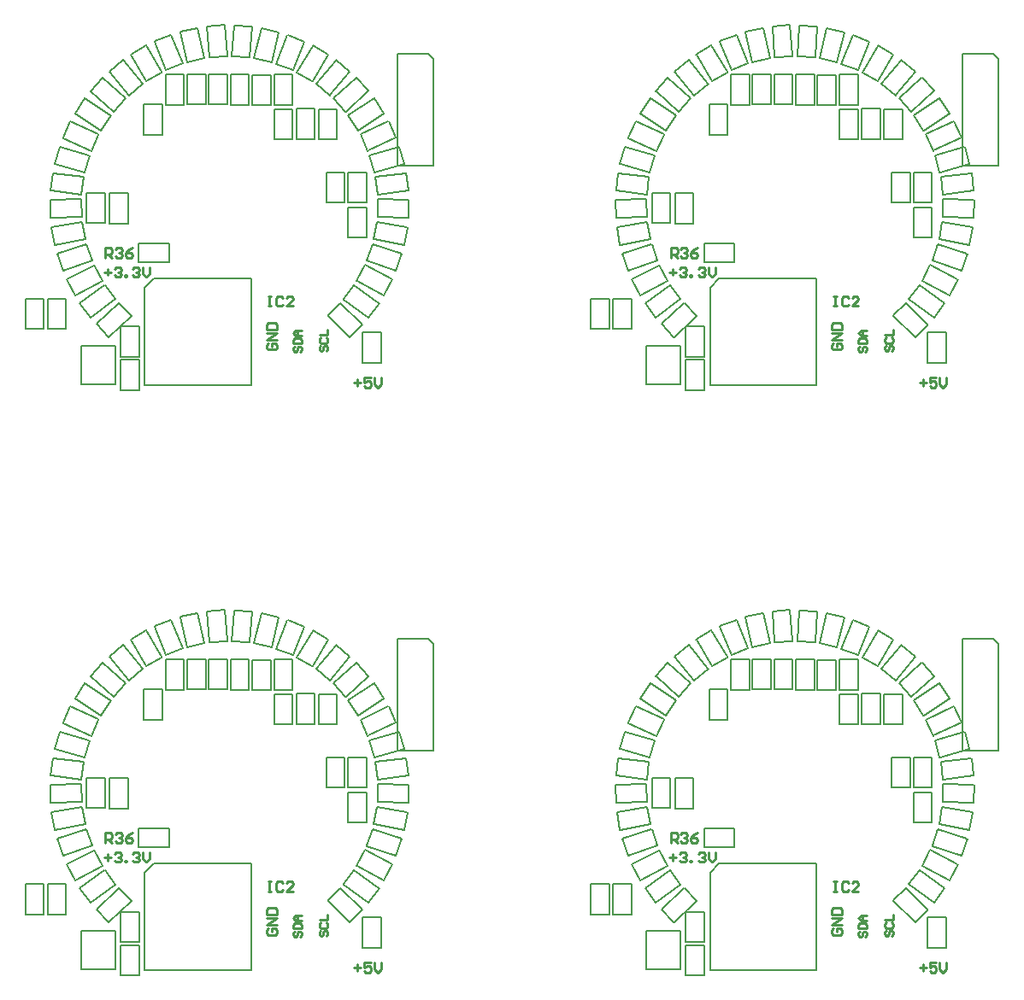
<source format=gto>
G04*
G04 #@! TF.GenerationSoftware,Altium Limited,Altium Designer,21.8.1 (53)*
G04*
G04 Layer_Color=65535*
%FSLAX44Y44*%
%MOMM*%
G71*
G04*
G04 #@! TF.SameCoordinates,A6134195-47DE-4A90-8313-BABE1660A9E3*
G04*
G04*
G04 #@! TF.FilePolarity,Positive*
G04*
G01*
G75*
%ADD18C,0.2540*%
%ADD43C,0.2000*%
D18*
X284456Y59282D02*
X283123Y57949D01*
Y55283D01*
X284456Y53950D01*
X285788D01*
X287121Y55283D01*
Y57949D01*
X288454Y59282D01*
X289787D01*
X291120Y57949D01*
Y55283D01*
X289787Y53950D01*
X283123Y61947D02*
X291120D01*
Y65946D01*
X289787Y67279D01*
X284456D01*
X283123Y65946D01*
Y61947D01*
X291120Y69945D02*
X285788D01*
X283123Y72611D01*
X285788Y75276D01*
X291120D01*
X287121D01*
Y69945D01*
X310364Y60044D02*
X309031Y58711D01*
Y56045D01*
X310364Y54712D01*
X311696D01*
X313029Y56045D01*
Y58711D01*
X314362Y60044D01*
X315695D01*
X317028Y58711D01*
Y56045D01*
X315695Y54712D01*
X310364Y68041D02*
X309031Y66708D01*
Y64042D01*
X310364Y62709D01*
X315695D01*
X317028Y64042D01*
Y66708D01*
X315695Y68041D01*
X309031Y70707D02*
X317028D01*
Y76038D01*
X95920Y132998D02*
X102585D01*
X99253Y136331D02*
Y129666D01*
X105917Y136331D02*
X107583Y137997D01*
X110915D01*
X112582Y136331D01*
Y134664D01*
X110915Y132998D01*
X109249D01*
X110915D01*
X112582Y131332D01*
Y129666D01*
X110915Y128000D01*
X107583D01*
X105917Y129666D01*
X115914Y128000D02*
Y129666D01*
X117580D01*
Y128000D01*
X115914D01*
X124244Y136331D02*
X125911Y137997D01*
X129243D01*
X130909Y136331D01*
Y134664D01*
X129243Y132998D01*
X127577D01*
X129243D01*
X130909Y131332D01*
Y129666D01*
X129243Y128000D01*
X125911D01*
X124244Y129666D01*
X134241Y137997D02*
Y131332D01*
X137573Y128000D01*
X140906Y131332D01*
Y137997D01*
X343444Y23388D02*
X350109D01*
X346776Y26721D02*
Y20056D01*
X360105Y28387D02*
X353441D01*
Y23388D01*
X356773Y25055D01*
X358439D01*
X360105Y23388D01*
Y20056D01*
X358439Y18390D01*
X355107D01*
X353441Y20056D01*
X363438Y28387D02*
Y21722D01*
X366770Y18390D01*
X370102Y21722D01*
Y28387D01*
X258405Y62646D02*
X256739Y60980D01*
Y57648D01*
X258405Y55982D01*
X265070D01*
X266736Y57648D01*
Y60980D01*
X265070Y62646D01*
X261738D01*
Y59314D01*
X266736Y65979D02*
X256739D01*
X266736Y72643D01*
X256739D01*
Y75976D02*
X266736D01*
Y80974D01*
X265070Y82640D01*
X258405D01*
X256739Y80974D01*
Y75976D01*
X258100Y109159D02*
X261432D01*
X259766D01*
Y99162D01*
X258100D01*
X261432D01*
X273095Y107493D02*
X271429Y109159D01*
X268097D01*
X266431Y107493D01*
Y100828D01*
X268097Y99162D01*
X271429D01*
X273095Y100828D01*
X283092Y99162D02*
X276427D01*
X283092Y105827D01*
Y107493D01*
X281426Y109159D01*
X278094D01*
X276427Y107493D01*
X97000Y147000D02*
Y156997D01*
X101998D01*
X103665Y155331D01*
Y151998D01*
X101998Y150332D01*
X97000D01*
X100332D02*
X103665Y147000D01*
X106997Y155331D02*
X108663Y156997D01*
X111995D01*
X113661Y155331D01*
Y153665D01*
X111995Y151998D01*
X110329D01*
X111995D01*
X113661Y150332D01*
Y148666D01*
X111995Y147000D01*
X108663D01*
X106997Y148666D01*
X123658Y156997D02*
X120326Y155331D01*
X116994Y151998D01*
Y148666D01*
X118660Y147000D01*
X121992D01*
X123658Y148666D01*
Y150332D01*
X121992Y151998D01*
X116994D01*
X844456Y59282D02*
X843123Y57949D01*
Y55283D01*
X844456Y53950D01*
X845789D01*
X847121Y55283D01*
Y57949D01*
X848454Y59282D01*
X849787D01*
X851120Y57949D01*
Y55283D01*
X849787Y53950D01*
X843123Y61947D02*
X851120D01*
Y65946D01*
X849787Y67279D01*
X844456D01*
X843123Y65946D01*
Y61947D01*
X851120Y69945D02*
X845789D01*
X843123Y72611D01*
X845789Y75276D01*
X851120D01*
X847121D01*
Y69945D01*
X870364Y60044D02*
X869031Y58711D01*
Y56045D01*
X870364Y54712D01*
X871697D01*
X873029Y56045D01*
Y58711D01*
X874362Y60044D01*
X875695D01*
X877028Y58711D01*
Y56045D01*
X875695Y54712D01*
X870364Y68041D02*
X869031Y66708D01*
Y64042D01*
X870364Y62709D01*
X875695D01*
X877028Y64042D01*
Y66708D01*
X875695Y68041D01*
X869031Y70707D02*
X877028D01*
Y76038D01*
X655920Y132998D02*
X662585D01*
X659253Y136331D02*
Y129666D01*
X665917Y136331D02*
X667583Y137997D01*
X670916D01*
X672582Y136331D01*
Y134664D01*
X670916Y132998D01*
X669249D01*
X670916D01*
X672582Y131332D01*
Y129666D01*
X670916Y128000D01*
X667583D01*
X665917Y129666D01*
X675914Y128000D02*
Y129666D01*
X677580D01*
Y128000D01*
X675914D01*
X684245Y136331D02*
X685911Y137997D01*
X689243D01*
X690909Y136331D01*
Y134664D01*
X689243Y132998D01*
X687577D01*
X689243D01*
X690909Y131332D01*
Y129666D01*
X689243Y128000D01*
X685911D01*
X684245Y129666D01*
X694241Y137997D02*
Y131332D01*
X697574Y128000D01*
X700906Y131332D01*
Y137997D01*
X903444Y23388D02*
X910109D01*
X906776Y26721D02*
Y20056D01*
X920105Y28387D02*
X913441D01*
Y23388D01*
X916773Y25055D01*
X918439D01*
X920105Y23388D01*
Y20056D01*
X918439Y18390D01*
X915107D01*
X913441Y20056D01*
X923438Y28387D02*
Y21722D01*
X926770Y18390D01*
X930102Y21722D01*
Y28387D01*
X818406Y62646D02*
X816739Y60980D01*
Y57648D01*
X818406Y55982D01*
X825070D01*
X826736Y57648D01*
Y60980D01*
X825070Y62646D01*
X821738D01*
Y59314D01*
X826736Y65979D02*
X816739D01*
X826736Y72643D01*
X816739D01*
Y75976D02*
X826736D01*
Y80974D01*
X825070Y82640D01*
X818406D01*
X816739Y80974D01*
Y75976D01*
X818100Y109159D02*
X821432D01*
X819766D01*
Y99162D01*
X818100D01*
X821432D01*
X833095Y107493D02*
X831429Y109159D01*
X828097D01*
X826431Y107493D01*
Y100828D01*
X828097Y99162D01*
X831429D01*
X833095Y100828D01*
X843092Y99162D02*
X836428D01*
X843092Y105827D01*
Y107493D01*
X841426Y109159D01*
X838094D01*
X836428Y107493D01*
X657000Y147000D02*
Y156997D01*
X661999D01*
X663665Y155331D01*
Y151998D01*
X661999Y150332D01*
X657000D01*
X660332D02*
X663665Y147000D01*
X666997Y155331D02*
X668663Y156997D01*
X671995D01*
X673661Y155331D01*
Y153665D01*
X671995Y151998D01*
X670329D01*
X671995D01*
X673661Y150332D01*
Y148666D01*
X671995Y147000D01*
X668663D01*
X666997Y148666D01*
X683658Y156997D02*
X680326Y155331D01*
X676994Y151998D01*
Y148666D01*
X678660Y147000D01*
X681992D01*
X683658Y148666D01*
Y150332D01*
X681992Y151998D01*
X676994D01*
X284456Y639282D02*
X283123Y637949D01*
Y635283D01*
X284456Y633950D01*
X285788D01*
X287121Y635283D01*
Y637949D01*
X288454Y639282D01*
X289787D01*
X291120Y637949D01*
Y635283D01*
X289787Y633950D01*
X283123Y641947D02*
X291120D01*
Y645946D01*
X289787Y647279D01*
X284456D01*
X283123Y645946D01*
Y641947D01*
X291120Y649945D02*
X285788D01*
X283123Y652611D01*
X285788Y655276D01*
X291120D01*
X287121D01*
Y649945D01*
X310364Y640044D02*
X309031Y638711D01*
Y636045D01*
X310364Y634712D01*
X311696D01*
X313029Y636045D01*
Y638711D01*
X314362Y640044D01*
X315695D01*
X317028Y638711D01*
Y636045D01*
X315695Y634712D01*
X310364Y648041D02*
X309031Y646708D01*
Y644042D01*
X310364Y642710D01*
X315695D01*
X317028Y644042D01*
Y646708D01*
X315695Y648041D01*
X309031Y650707D02*
X317028D01*
Y656039D01*
X95920Y712998D02*
X102585D01*
X99253Y716331D02*
Y709666D01*
X105917Y716331D02*
X107583Y717997D01*
X110915D01*
X112582Y716331D01*
Y714665D01*
X110915Y712998D01*
X109249D01*
X110915D01*
X112582Y711332D01*
Y709666D01*
X110915Y708000D01*
X107583D01*
X105917Y709666D01*
X115914Y708000D02*
Y709666D01*
X117580D01*
Y708000D01*
X115914D01*
X124244Y716331D02*
X125911Y717997D01*
X129243D01*
X130909Y716331D01*
Y714665D01*
X129243Y712998D01*
X127577D01*
X129243D01*
X130909Y711332D01*
Y709666D01*
X129243Y708000D01*
X125911D01*
X124244Y709666D01*
X134241Y717997D02*
Y711332D01*
X137573Y708000D01*
X140906Y711332D01*
Y717997D01*
X343444Y603388D02*
X350109D01*
X346776Y606721D02*
Y600056D01*
X360105Y608387D02*
X353441D01*
Y603388D01*
X356773Y605055D01*
X358439D01*
X360105Y603388D01*
Y600056D01*
X358439Y598390D01*
X355107D01*
X353441Y600056D01*
X363438Y608387D02*
Y601722D01*
X366770Y598390D01*
X370102Y601722D01*
Y608387D01*
X258405Y642646D02*
X256739Y640980D01*
Y637648D01*
X258405Y635982D01*
X265070D01*
X266736Y637648D01*
Y640980D01*
X265070Y642646D01*
X261738D01*
Y639314D01*
X266736Y645979D02*
X256739D01*
X266736Y652643D01*
X256739D01*
Y655976D02*
X266736D01*
Y660974D01*
X265070Y662640D01*
X258405D01*
X256739Y660974D01*
Y655976D01*
X258100Y689159D02*
X261432D01*
X259766D01*
Y679162D01*
X258100D01*
X261432D01*
X273095Y687493D02*
X271429Y689159D01*
X268097D01*
X266431Y687493D01*
Y680828D01*
X268097Y679162D01*
X271429D01*
X273095Y680828D01*
X283092Y679162D02*
X276427D01*
X283092Y685826D01*
Y687493D01*
X281426Y689159D01*
X278094D01*
X276427Y687493D01*
X97000Y727000D02*
Y736997D01*
X101998D01*
X103665Y735331D01*
Y731998D01*
X101998Y730332D01*
X97000D01*
X100332D02*
X103665Y727000D01*
X106997Y735331D02*
X108663Y736997D01*
X111995D01*
X113661Y735331D01*
Y733664D01*
X111995Y731998D01*
X110329D01*
X111995D01*
X113661Y730332D01*
Y728666D01*
X111995Y727000D01*
X108663D01*
X106997Y728666D01*
X123658Y736997D02*
X120326Y735331D01*
X116994Y731998D01*
Y728666D01*
X118660Y727000D01*
X121992D01*
X123658Y728666D01*
Y730332D01*
X121992Y731998D01*
X116994D01*
X844456Y639282D02*
X843123Y637949D01*
Y635283D01*
X844456Y633950D01*
X845789D01*
X847121Y635283D01*
Y637949D01*
X848454Y639282D01*
X849787D01*
X851120Y637949D01*
Y635283D01*
X849787Y633950D01*
X843123Y641947D02*
X851120D01*
Y645946D01*
X849787Y647279D01*
X844456D01*
X843123Y645946D01*
Y641947D01*
X851120Y649945D02*
X845789D01*
X843123Y652611D01*
X845789Y655276D01*
X851120D01*
X847121D01*
Y649945D01*
X870364Y640044D02*
X869031Y638711D01*
Y636045D01*
X870364Y634712D01*
X871697D01*
X873029Y636045D01*
Y638711D01*
X874362Y640044D01*
X875695D01*
X877028Y638711D01*
Y636045D01*
X875695Y634712D01*
X870364Y648041D02*
X869031Y646708D01*
Y644042D01*
X870364Y642710D01*
X875695D01*
X877028Y644042D01*
Y646708D01*
X875695Y648041D01*
X869031Y650707D02*
X877028D01*
Y656039D01*
X655920Y712998D02*
X662585D01*
X659253Y716331D02*
Y709666D01*
X665917Y716331D02*
X667583Y717997D01*
X670916D01*
X672582Y716331D01*
Y714665D01*
X670916Y712998D01*
X669249D01*
X670916D01*
X672582Y711332D01*
Y709666D01*
X670916Y708000D01*
X667583D01*
X665917Y709666D01*
X675914Y708000D02*
Y709666D01*
X677580D01*
Y708000D01*
X675914D01*
X684245Y716331D02*
X685911Y717997D01*
X689243D01*
X690909Y716331D01*
Y714665D01*
X689243Y712998D01*
X687577D01*
X689243D01*
X690909Y711332D01*
Y709666D01*
X689243Y708000D01*
X685911D01*
X684245Y709666D01*
X694241Y717997D02*
Y711332D01*
X697574Y708000D01*
X700906Y711332D01*
Y717997D01*
X903444Y603388D02*
X910109D01*
X906776Y606721D02*
Y600056D01*
X920105Y608387D02*
X913441D01*
Y603388D01*
X916773Y605055D01*
X918439D01*
X920105Y603388D01*
Y600056D01*
X918439Y598390D01*
X915107D01*
X913441Y600056D01*
X923438Y608387D02*
Y601722D01*
X926770Y598390D01*
X930102Y601722D01*
Y608387D01*
X818406Y642646D02*
X816739Y640980D01*
Y637648D01*
X818406Y635982D01*
X825070D01*
X826736Y637648D01*
Y640980D01*
X825070Y642646D01*
X821738D01*
Y639314D01*
X826736Y645979D02*
X816739D01*
X826736Y652643D01*
X816739D01*
Y655976D02*
X826736D01*
Y660974D01*
X825070Y662640D01*
X818406D01*
X816739Y660974D01*
Y655976D01*
X818100Y689159D02*
X821432D01*
X819766D01*
Y679162D01*
X818100D01*
X821432D01*
X833095Y687493D02*
X831429Y689159D01*
X828097D01*
X826431Y687493D01*
Y680828D01*
X828097Y679162D01*
X831429D01*
X833095Y680828D01*
X843092Y679162D02*
X836428D01*
X843092Y685826D01*
Y687493D01*
X841426Y689159D01*
X838094D01*
X836428Y687493D01*
X657000Y727000D02*
Y736997D01*
X661999D01*
X663665Y735331D01*
Y731998D01*
X661999Y730332D01*
X657000D01*
X660332D02*
X663665Y727000D01*
X666997Y735331D02*
X668663Y736997D01*
X671995D01*
X673661Y735331D01*
Y733664D01*
X671995Y731998D01*
X670329D01*
X671995D01*
X673661Y730332D01*
Y728666D01*
X671995Y727000D01*
X668663D01*
X666997Y728666D01*
X683658Y736997D02*
X680326Y735331D01*
X676994Y731998D01*
Y728666D01*
X678660Y727000D01*
X681992D01*
X683658Y728666D01*
Y730332D01*
X681992Y731998D01*
X676994D01*
D43*
X337334Y232002D02*
X355622D01*
X355622Y202030D02*
X355622Y232002D01*
X337334Y202030D02*
X355622D01*
X337334D02*
X337334Y232002D01*
X315758Y232004D02*
X334046Y232004D01*
X334046Y202032D02*
X334046Y232004D01*
X315758Y202032D02*
X334046Y202032D01*
X315758Y202032D02*
X315758Y232004D01*
X358642Y248923D02*
X387946Y257309D01*
X358642Y248923D02*
X363534Y231830D01*
X363778Y231900D02*
X393082Y240285D01*
X388190Y257379D02*
X393082Y240285D01*
X364452Y227364D02*
X394688Y231216D01*
X364452Y227364D02*
X366699Y209727D01*
X366951Y209759D02*
X397187Y213611D01*
X394940Y231248D02*
X397187Y213611D01*
X366930Y205174D02*
X397400Y204402D01*
X366480Y187399D02*
X366930Y205174D01*
X366734Y187393D02*
X397204Y186622D01*
X397654Y204396D01*
X337336Y196952D02*
X355624Y196952D01*
X355624Y166980D01*
X337336Y166980D02*
X355624Y166980D01*
X337336Y166980D02*
Y196952D01*
X366019Y182864D02*
X396021Y177487D01*
X362883Y165363D02*
X366019Y182864D01*
X363133Y165318D02*
X393135Y159941D01*
X396271Y177442D01*
X361740Y160949D02*
X390582Y151091D01*
X355990Y144125D02*
X361740Y160949D01*
X356230Y144043D02*
X385072Y134185D01*
X390822Y151009D01*
X354192Y139936D02*
X381208Y125824D01*
X345960Y124176D02*
X354192Y139936D01*
X346185Y124059D02*
X373201Y109947D01*
X381433Y125706D01*
X343549Y120307D02*
X368116Y102267D01*
X333025Y105976D02*
X343549Y120307D01*
X333230Y105826D02*
X357798Y87785D01*
X368321Y102117D01*
X351572Y73000D02*
X369860D01*
X369860Y43028D01*
X351572Y43028D02*
X369860Y43028D01*
X351572Y43028D02*
X351572Y73000D01*
X330056Y102517D02*
X351608Y80964D01*
X317483Y89945D02*
X330056Y102517D01*
X317663Y89765D02*
X339215Y68212D01*
X351788Y80785D01*
X222267Y347004D02*
X224578Y377396D01*
X222267Y347004D02*
X239995Y345655D01*
X240015Y345908D02*
X242327Y376300D01*
X224598Y377649D02*
X242327Y376300D01*
X221016Y328778D02*
X239304Y328778D01*
X239304Y298806D02*
X239304Y328778D01*
X221016Y298806D02*
X239304D01*
X221016D02*
Y328778D01*
X244502Y344965D02*
X251389Y374657D01*
X244502Y344965D02*
X261822Y340947D01*
X261879Y341195D02*
X268767Y370886D01*
X251447Y374904D02*
X268767Y370886D01*
X242352Y328538D02*
X260640D01*
Y298566D02*
Y328538D01*
X242352Y298566D02*
X260640D01*
X242352Y328538D02*
X242352Y298566D01*
X266172Y339583D02*
X277476Y367889D01*
X266172Y339583D02*
X282684Y332989D01*
X282778Y333224D02*
X294082Y361531D01*
X277570Y368125D02*
X294082Y361531D01*
X264196Y328732D02*
X282484Y328732D01*
Y298760D02*
Y328732D01*
X264196Y298760D02*
X282484Y298760D01*
X264196Y298760D02*
Y328732D01*
X286777Y330981D02*
X302237Y357249D01*
X286777Y330981D02*
X302100Y321962D01*
X302229Y322181D02*
X317689Y348449D01*
X302366Y357468D02*
X317689Y348449D01*
X264196Y294732D02*
X282484D01*
X282484Y264760D01*
X264196Y264760D02*
X282484Y264760D01*
X264196Y294732D02*
X264196Y264760D01*
X305842Y319358D02*
X325102Y342982D01*
X305842Y319358D02*
X319622Y308123D01*
X319783Y308320D02*
X339043Y331944D01*
X325262Y343179D02*
X339043Y331944D01*
X286040Y294782D02*
X304328Y294782D01*
Y264810D02*
Y294782D01*
X286040Y264810D02*
X304328Y264810D01*
X286040Y294782D02*
X286040Y264810D01*
X323075Y305117D02*
X345690Y325551D01*
X323075Y305117D02*
X334995Y291924D01*
X335183Y292095D02*
X357799Y312529D01*
X345879Y325722D02*
X357799Y312529D01*
X308138Y294732D02*
X326426D01*
Y264760D02*
Y294732D01*
X308138Y264760D02*
X326426D01*
X308138Y294732D02*
X308138Y264760D01*
X337637Y288186D02*
X363086Y304960D01*
X337637Y288186D02*
X347422Y273340D01*
X347634Y273480D02*
X373083Y290254D01*
X363298Y305099D02*
X373083Y290254D01*
X349635Y269354D02*
X377331Y282081D01*
X349635Y269354D02*
X357059Y253198D01*
X357290Y253304D02*
X384986Y266031D01*
X377561Y282187D02*
X384986Y266031D01*
X72934Y21946D02*
X106970D01*
X72934D02*
Y60046D01*
X106970Y21946D02*
Y60046D01*
X72934D02*
X106970D01*
X112050Y45822D02*
X130338D01*
Y15850D02*
Y45822D01*
X112050Y15850D02*
X130338D01*
X112050D02*
Y45822D01*
X39660Y76302D02*
Y106274D01*
Y76302D02*
X57948D01*
Y106274D01*
X39660D02*
X57948D01*
X17816D02*
X17816Y76302D01*
X36104Y76302D01*
X36104Y106274D02*
X36104Y76302D01*
X17816Y106274D02*
X36104D01*
X112050Y48870D02*
X112050Y78842D01*
X112050Y48870D02*
X130338Y48870D01*
X130338Y78842D02*
X130338Y48870D01*
X112050Y78842D02*
X130338D01*
X42345Y204365D02*
X42798Y186591D01*
X42345Y204365D02*
X72815Y205142D01*
X73069Y205148D02*
X73523Y187374D01*
X43052Y186597D02*
X73523Y187374D01*
X49187Y150980D02*
X54940Y134156D01*
X49187Y150980D02*
X78027Y160842D01*
X78267Y160925D02*
X84020Y144101D01*
X55180Y134238D02*
X84020Y144101D01*
X58580Y125678D02*
X66814Y109920D01*
X58580Y125678D02*
X85594Y139795D01*
X85819Y139912D02*
X94053Y124154D01*
X67039Y110037D02*
X94053Y124154D01*
X71696Y102091D02*
X82222Y87761D01*
X71696Y102091D02*
X96261Y120135D01*
X96466Y120286D02*
X106992Y105956D01*
X82427Y87912D02*
X106992Y105956D01*
X88066Y81406D02*
X100169Y68382D01*
X88066Y81406D02*
X110393Y102155D01*
X110579Y102328D02*
X122683Y89303D01*
X100355Y68555D02*
X122683Y89303D01*
X43733Y177412D02*
X46873Y159911D01*
X43733Y177412D02*
X73734Y182794D01*
X73984Y182838D02*
X77124Y165338D01*
X47123Y159956D02*
X77124Y165338D01*
X46911Y240255D02*
X51800Y257350D01*
X81105Y248969D01*
X76460Y231805D02*
X81349Y248899D01*
X47155Y240186D02*
X76460Y231805D01*
X42811Y213580D02*
X45055Y231217D01*
X75291Y227371D01*
X73299Y209701D02*
X75543Y227339D01*
X43063Y213548D02*
X73299Y209701D01*
X199426Y329032D02*
X199426Y299060D01*
X217714Y299060D01*
Y329032D01*
X199426D02*
X217714D01*
X197628Y376496D02*
X215356Y377848D01*
X217673Y347456D01*
X199964Y345851D02*
X217693Y347203D01*
X197647Y376243D02*
X199964Y345851D01*
X178090Y299060D02*
Y329032D01*
Y299060D02*
X196378D01*
X196378Y329032D02*
X196378Y299060D01*
X178090Y329032D02*
X196378D01*
X171158Y371073D02*
X188478Y375093D01*
X195370Y345403D01*
X178109Y341135D02*
X195428Y345155D01*
X171216Y370825D02*
X178109Y341135D01*
X156500Y328732D02*
X156500Y298760D01*
X174788Y298760D01*
X174788Y328732D01*
X156500D02*
X174788D01*
X145815Y361703D02*
X162326Y368301D01*
X173636Y339996D01*
X157219Y333163D02*
X173730Y339761D01*
X145910Y361468D02*
X157219Y333163D01*
X135164Y299060D02*
X135164Y269088D01*
X153452Y269088D01*
X153452Y299060D01*
X135164Y299060D02*
X153452Y299060D01*
X122184Y348605D02*
X137505Y357626D01*
X152970Y331361D01*
X137778Y322121D02*
X153099Y331142D01*
X122312Y348386D02*
X137778Y322121D01*
X101128Y211176D02*
X101128Y181204D01*
X119416Y181204D01*
X119416Y211176D01*
X101128Y211176D02*
X119416Y211176D01*
X100934Y331923D02*
X114713Y343161D01*
X133977Y319540D01*
X120359Y308106D02*
X134138Y319343D01*
X101095Y331726D02*
X120359Y308106D01*
X78399Y181384D02*
X78399Y211356D01*
X78399Y181384D02*
X96687Y181384D01*
X96687Y211356D02*
X96687Y181384D01*
X78399Y211356D02*
X96687Y211356D01*
X82330Y312371D02*
X94248Y325566D01*
X116867Y305135D01*
X105138Y291770D02*
X117056Y304965D01*
X82519Y312201D02*
X105138Y291770D01*
X66901Y290227D02*
X76683Y305074D01*
X102135Y288305D01*
X92565Y273318D02*
X102347Y288165D01*
X67113Y290088D02*
X92565Y273318D01*
X55003Y266003D02*
X62424Y282160D01*
X90122Y269438D01*
X82932Y253174D02*
X90353Y269332D01*
X55234Y265896D02*
X82932Y253174D01*
X416596Y349098D02*
X421676Y344018D01*
X386116Y349098D02*
X416596Y349098D01*
X386116Y238608D02*
Y349098D01*
Y238608D02*
X421676D01*
X421676Y344018D01*
X130098Y161138D02*
X160070D01*
X130098Y142850D02*
Y161138D01*
Y142850D02*
X160070Y142850D01*
X160070Y161138D02*
X160070Y142850D01*
X241590Y20676D02*
Y126340D01*
X135950Y86248D02*
Y117220D01*
Y28003D02*
X135950Y20676D01*
X241590Y20676D01*
X135950Y28003D02*
Y86248D01*
Y117220D02*
X145070Y126340D01*
X241590D01*
X897334Y232002D02*
X915622D01*
X915622Y202030D02*
X915622Y232002D01*
X897334Y202030D02*
X915622D01*
X897334D02*
X897334Y232002D01*
X875758Y232004D02*
X894046Y232004D01*
X894046Y202032D02*
X894046Y232004D01*
X875758Y202032D02*
X894046Y202032D01*
X875758Y202032D02*
X875758Y232004D01*
X918642Y248923D02*
X947946Y257309D01*
X918642Y248923D02*
X923534Y231830D01*
X923779Y231900D02*
X953082Y240285D01*
X948190Y257379D02*
X953082Y240285D01*
X924452Y227364D02*
X954688Y231216D01*
X924452Y227364D02*
X926699Y209727D01*
X926951Y209759D02*
X957187Y213611D01*
X954940Y231248D02*
X957187Y213611D01*
X926930Y205174D02*
X957400Y204402D01*
X926480Y187399D02*
X926930Y205174D01*
X926734Y187393D02*
X957204Y186622D01*
X957654Y204396D01*
X897336Y196952D02*
X915624Y196952D01*
X915624Y166980D01*
X897336Y166980D02*
X915624Y166980D01*
X897336Y166980D02*
Y196952D01*
X926019Y182864D02*
X956021Y177487D01*
X922883Y165363D02*
X926019Y182864D01*
X923133Y165318D02*
X953135Y159941D01*
X956271Y177442D01*
X921740Y160949D02*
X950582Y151091D01*
X915990Y144125D02*
X921740Y160949D01*
X916230Y144043D02*
X945072Y134185D01*
X950822Y151009D01*
X914192Y139936D02*
X941208Y125824D01*
X905960Y124176D02*
X914192Y139936D01*
X906185Y124059D02*
X933202Y109947D01*
X941433Y125706D01*
X903549Y120307D02*
X928117Y102267D01*
X893025Y105976D02*
X903549Y120307D01*
X893230Y105826D02*
X917798Y87785D01*
X928321Y102117D01*
X911572Y73000D02*
X929860D01*
X929860Y43028D01*
X911572Y43028D02*
X929860Y43028D01*
X911572Y43028D02*
X911572Y73000D01*
X890056Y102517D02*
X911608Y80964D01*
X877483Y89945D02*
X890056Y102517D01*
X877663Y89765D02*
X899215Y68212D01*
X911788Y80785D01*
X782267Y347004D02*
X784579Y377396D01*
X782267Y347004D02*
X799995Y345655D01*
X800015Y345908D02*
X802327Y376300D01*
X784598Y377649D02*
X802327Y376300D01*
X781016Y328778D02*
X799304Y328778D01*
X799304Y298806D02*
X799304Y328778D01*
X781016Y298806D02*
X799304D01*
X781016D02*
Y328778D01*
X804502Y344965D02*
X811389Y374657D01*
X804502Y344965D02*
X821822Y340947D01*
X821879Y341195D02*
X828767Y370886D01*
X811447Y374904D02*
X828767Y370886D01*
X802352Y328538D02*
X820640D01*
Y298566D02*
Y328538D01*
X802352Y298566D02*
X820640D01*
X802352Y328538D02*
X802352Y298566D01*
X826172Y339583D02*
X837476Y367889D01*
X826172Y339583D02*
X842684Y332989D01*
X842778Y333224D02*
X854082Y361531D01*
X837570Y368125D02*
X854082Y361531D01*
X824196Y328732D02*
X842484Y328732D01*
Y298760D02*
Y328732D01*
X824196Y298760D02*
X842484Y298760D01*
X824196Y298760D02*
Y328732D01*
X846777Y330981D02*
X862237Y357249D01*
X846777Y330981D02*
X862100Y321962D01*
X862229Y322181D02*
X877689Y348449D01*
X862366Y357468D02*
X877689Y348449D01*
X824196Y294732D02*
X842484D01*
X842484Y264760D01*
X824196Y264760D02*
X842484Y264760D01*
X824196Y294732D02*
X824196Y264760D01*
X865842Y319358D02*
X885102Y342982D01*
X865842Y319358D02*
X879622Y308123D01*
X879783Y308320D02*
X899043Y331944D01*
X885262Y343179D02*
X899043Y331944D01*
X846040Y294782D02*
X864328Y294782D01*
Y264810D02*
Y294782D01*
X846040Y264810D02*
X864328Y264810D01*
X846040Y294782D02*
X846040Y264810D01*
X883075Y305117D02*
X905690Y325551D01*
X883075Y305117D02*
X894995Y291924D01*
X895183Y292095D02*
X917799Y312529D01*
X905879Y325722D02*
X917799Y312529D01*
X868138Y294732D02*
X886426D01*
Y264760D02*
Y294732D01*
X868138Y264760D02*
X886426D01*
X868138Y294732D02*
X868138Y264760D01*
X897637Y288186D02*
X923086Y304960D01*
X897637Y288186D02*
X907422Y273340D01*
X907634Y273480D02*
X933083Y290254D01*
X923298Y305099D02*
X933083Y290254D01*
X909635Y269354D02*
X937331Y282081D01*
X909635Y269354D02*
X917059Y253198D01*
X917290Y253304D02*
X944986Y266031D01*
X937561Y282187D02*
X944986Y266031D01*
X632934Y21946D02*
X666970D01*
X632934D02*
Y60046D01*
X666970Y21946D02*
Y60046D01*
X632934D02*
X666970D01*
X672050Y45822D02*
X690338D01*
Y15850D02*
Y45822D01*
X672050Y15850D02*
X690338D01*
X672050D02*
Y45822D01*
X599660Y76302D02*
Y106274D01*
Y76302D02*
X617948D01*
Y106274D01*
X599660D02*
X617948D01*
X577816D02*
X577816Y76302D01*
X596104Y76302D01*
X596104Y106274D02*
X596104Y76302D01*
X577816Y106274D02*
X596104D01*
X672050Y48870D02*
X672050Y78842D01*
X672050Y48870D02*
X690338Y48870D01*
X690338Y78842D02*
X690338Y48870D01*
X672050Y78842D02*
X690338D01*
X602345Y204365D02*
X602798Y186591D01*
X602345Y204365D02*
X632816Y205142D01*
X633069Y205148D02*
X633523Y187374D01*
X603052Y186597D02*
X633523Y187374D01*
X609187Y150980D02*
X614940Y134156D01*
X609187Y150980D02*
X638027Y160842D01*
X638267Y160925D02*
X644020Y144101D01*
X615180Y134238D02*
X644020Y144101D01*
X618580Y125678D02*
X626814Y109920D01*
X618580Y125678D02*
X645594Y139795D01*
X645819Y139912D02*
X654053Y124154D01*
X627040Y110037D02*
X654053Y124154D01*
X631696Y102091D02*
X642222Y87761D01*
X631696Y102091D02*
X656261Y120135D01*
X656466Y120286D02*
X666992Y105956D01*
X642427Y87912D02*
X666992Y105956D01*
X648066Y81406D02*
X660169Y68382D01*
X648066Y81406D02*
X670394Y102155D01*
X670580Y102328D02*
X682683Y89303D01*
X660355Y68555D02*
X682683Y89303D01*
X603733Y177412D02*
X606873Y159911D01*
X603733Y177412D02*
X633734Y182794D01*
X633984Y182838D02*
X637124Y165338D01*
X607123Y159956D02*
X637124Y165338D01*
X606911Y240255D02*
X611800Y257350D01*
X641105Y248969D01*
X636460Y231805D02*
X641349Y248899D01*
X607155Y240186D02*
X636460Y231805D01*
X602811Y213580D02*
X605055Y231217D01*
X635291Y227371D01*
X633300Y209701D02*
X635543Y227339D01*
X603063Y213548D02*
X633300Y209701D01*
X759426Y329032D02*
X759426Y299060D01*
X777714Y299060D01*
Y329032D01*
X759426D02*
X777714D01*
X757628Y376496D02*
X775356Y377848D01*
X777673Y347456D01*
X759964Y345851D02*
X777693Y347203D01*
X757647Y376243D02*
X759964Y345851D01*
X738090Y299060D02*
Y329032D01*
Y299060D02*
X756378D01*
X756378Y329032D02*
X756378Y299060D01*
X738090Y329032D02*
X756378D01*
X731158Y371073D02*
X748478Y375093D01*
X755370Y345403D01*
X738109Y341135D02*
X755428Y345155D01*
X731216Y370825D02*
X738109Y341135D01*
X716500Y328732D02*
X716500Y298760D01*
X734788Y298760D01*
X734788Y328732D01*
X716500D02*
X734788D01*
X705816Y361703D02*
X722326Y368301D01*
X733636Y339996D01*
X717219Y333163D02*
X733730Y339761D01*
X705910Y361468D02*
X717219Y333163D01*
X695164Y299060D02*
X695164Y269088D01*
X713452Y269088D01*
X713452Y299060D01*
X695164Y299060D02*
X713452Y299060D01*
X682184Y348605D02*
X697505Y357626D01*
X712970Y331361D01*
X697778Y322121D02*
X713099Y331142D01*
X682313Y348386D02*
X697778Y322121D01*
X661128Y211176D02*
X661128Y181204D01*
X679416Y181204D01*
X679416Y211176D01*
X661128Y211176D02*
X679416Y211176D01*
X660935Y331923D02*
X674713Y343161D01*
X693977Y319540D01*
X680359Y308106D02*
X694138Y319343D01*
X661095Y331726D02*
X680359Y308106D01*
X638399Y181384D02*
X638399Y211356D01*
X638399Y181384D02*
X656687Y181384D01*
X656687Y211356D02*
X656687Y181384D01*
X638399Y211356D02*
X656687Y211356D01*
X642330Y312371D02*
X654248Y325566D01*
X676867Y305135D01*
X665138Y291770D02*
X677056Y304965D01*
X642519Y312201D02*
X665138Y291770D01*
X626901Y290227D02*
X636684Y305074D01*
X662135Y288305D01*
X652565Y273318D02*
X662348Y288165D01*
X627113Y290088D02*
X652565Y273318D01*
X615003Y266003D02*
X622425Y282160D01*
X650123Y269438D01*
X642932Y253174D02*
X650353Y269332D01*
X615234Y265896D02*
X642932Y253174D01*
X976596Y349098D02*
X981676Y344018D01*
X946116Y349098D02*
X976596Y349098D01*
X946116Y238608D02*
Y349098D01*
Y238608D02*
X981676D01*
X981676Y344018D01*
X690098Y161138D02*
X720070D01*
X690098Y142850D02*
Y161138D01*
Y142850D02*
X720070Y142850D01*
X720070Y161138D02*
X720070Y142850D01*
X801590Y20676D02*
Y126340D01*
X695950Y86248D02*
Y117220D01*
Y28003D02*
X695950Y20676D01*
X801590Y20676D01*
X695950Y28003D02*
Y86248D01*
Y117220D02*
X705070Y126340D01*
X801590D01*
X337334Y812002D02*
X355622D01*
X355622Y782030D02*
X355622Y812002D01*
X337334Y782030D02*
X355622D01*
X337334D02*
X337334Y812002D01*
X315758Y812004D02*
X334046Y812004D01*
X334046Y782032D02*
X334046Y812004D01*
X315758Y782032D02*
X334046Y782032D01*
X315758Y782032D02*
X315758Y812004D01*
X358642Y828923D02*
X387946Y837309D01*
X358642Y828923D02*
X363534Y811830D01*
X363778Y811899D02*
X393082Y820286D01*
X388190Y837379D02*
X393082Y820286D01*
X364452Y807364D02*
X394688Y811216D01*
X364452Y807364D02*
X366699Y789727D01*
X366951Y789759D02*
X397187Y793611D01*
X394940Y811248D02*
X397187Y793611D01*
X366930Y785174D02*
X397400Y784402D01*
X366480Y767399D02*
X366930Y785174D01*
X366734Y767393D02*
X397204Y766622D01*
X397654Y784396D01*
X337336Y776952D02*
X355624Y776952D01*
X355624Y746980D01*
X337336Y746980D02*
X355624Y746980D01*
X337336Y746980D02*
Y776952D01*
X366019Y762864D02*
X396021Y757487D01*
X362883Y745363D02*
X366019Y762864D01*
X363133Y745318D02*
X393135Y739941D01*
X396271Y757443D01*
X361740Y740949D02*
X390582Y731092D01*
X355990Y724125D02*
X361740Y740949D01*
X356230Y724043D02*
X385072Y714185D01*
X390822Y731009D01*
X354192Y719936D02*
X381208Y705824D01*
X345960Y704176D02*
X354192Y719936D01*
X346185Y704059D02*
X373201Y689947D01*
X381433Y705706D01*
X343549Y700307D02*
X368116Y682267D01*
X333025Y685976D02*
X343549Y700307D01*
X333230Y685826D02*
X357798Y667785D01*
X368321Y682117D01*
X351572Y653000D02*
X369860D01*
X369860Y623028D01*
X351572Y623028D02*
X369860Y623028D01*
X351572Y623028D02*
X351572Y653000D01*
X330056Y682517D02*
X351608Y660964D01*
X317483Y669945D02*
X330056Y682517D01*
X317663Y669765D02*
X339215Y648212D01*
X351788Y660785D01*
X222267Y927003D02*
X224578Y957396D01*
X222267Y927003D02*
X239995Y925655D01*
X240015Y925908D02*
X242327Y956300D01*
X224598Y957649D02*
X242327Y956300D01*
X221016Y908778D02*
X239304Y908778D01*
X239304Y878806D02*
X239304Y908778D01*
X221016Y878806D02*
X239304D01*
X221016D02*
Y908778D01*
X244502Y924965D02*
X251389Y954657D01*
X244502Y924965D02*
X261822Y920947D01*
X261879Y921195D02*
X268767Y950886D01*
X251447Y954904D02*
X268767Y950886D01*
X242352Y908538D02*
X260640D01*
Y878566D02*
Y908538D01*
X242352Y878566D02*
X260640D01*
X242352Y908538D02*
X242352Y878566D01*
X266172Y919583D02*
X277476Y947889D01*
X266172Y919583D02*
X282684Y912989D01*
X282778Y913224D02*
X294082Y941531D01*
X277570Y948125D02*
X294082Y941531D01*
X264196Y908732D02*
X282484Y908732D01*
Y878760D02*
Y908732D01*
X264196Y878760D02*
X282484Y878760D01*
X264196Y878760D02*
Y908732D01*
X286777Y910981D02*
X302237Y937249D01*
X286777Y910981D02*
X302100Y901962D01*
X302229Y902181D02*
X317689Y928449D01*
X302366Y937468D02*
X317689Y928449D01*
X264196Y874732D02*
X282484D01*
X282484Y844760D01*
X264196Y844760D02*
X282484Y844760D01*
X264196Y874732D02*
X264196Y844760D01*
X305842Y899358D02*
X325102Y922982D01*
X305842Y899358D02*
X319622Y888123D01*
X319783Y888320D02*
X339043Y911944D01*
X325262Y923179D02*
X339043Y911944D01*
X286040Y874782D02*
X304328Y874782D01*
Y844810D02*
Y874782D01*
X286040Y844810D02*
X304328Y844810D01*
X286040Y874782D02*
X286040Y844810D01*
X323075Y885117D02*
X345690Y905551D01*
X323075Y885117D02*
X334995Y871924D01*
X335183Y872095D02*
X357799Y892529D01*
X345879Y905722D02*
X357799Y892529D01*
X308138Y874732D02*
X326426D01*
Y844760D02*
Y874732D01*
X308138Y844760D02*
X326426D01*
X308138Y874732D02*
X308138Y844760D01*
X337637Y868186D02*
X363086Y884960D01*
X337637Y868186D02*
X347422Y853340D01*
X347634Y853480D02*
X373083Y870254D01*
X363298Y885099D02*
X373083Y870254D01*
X349635Y849354D02*
X377331Y862081D01*
X349635Y849354D02*
X357059Y833198D01*
X357290Y833304D02*
X384986Y846031D01*
X377561Y862187D02*
X384986Y846031D01*
X72934Y601946D02*
X106970D01*
X72934D02*
Y640046D01*
X106970Y601946D02*
Y640046D01*
X72934D02*
X106970D01*
X112050Y625822D02*
X130338D01*
Y595850D02*
Y625822D01*
X112050Y595850D02*
X130338D01*
X112050D02*
Y625822D01*
X39660Y656302D02*
Y686274D01*
Y656302D02*
X57948D01*
Y686274D01*
X39660D02*
X57948D01*
X17816D02*
X17816Y656302D01*
X36104Y656302D01*
X36104Y686274D02*
X36104Y656302D01*
X17816Y686274D02*
X36104D01*
X112050Y628870D02*
X112050Y658842D01*
X112050Y628870D02*
X130338Y628870D01*
X130338Y658842D02*
X130338Y628870D01*
X112050Y658842D02*
X130338D01*
X42345Y784365D02*
X42798Y766591D01*
X42345Y784365D02*
X72815Y785142D01*
X73069Y785148D02*
X73523Y767374D01*
X43052Y766597D02*
X73523Y767374D01*
X49187Y730980D02*
X54940Y714156D01*
X49187Y730980D02*
X78027Y740843D01*
X78267Y740925D02*
X84020Y724101D01*
X55180Y714238D02*
X84020Y724101D01*
X58580Y705678D02*
X66814Y689920D01*
X58580Y705678D02*
X85594Y719795D01*
X85819Y719912D02*
X94053Y704154D01*
X67039Y690038D02*
X94053Y704154D01*
X71696Y682091D02*
X82222Y667761D01*
X71696Y682091D02*
X96261Y700135D01*
X96466Y700286D02*
X106992Y685956D01*
X82427Y667912D02*
X106992Y685956D01*
X88066Y661406D02*
X100169Y648382D01*
X88066Y661406D02*
X110393Y682155D01*
X110579Y682328D02*
X122683Y669303D01*
X100355Y648555D02*
X122683Y669303D01*
X43733Y757412D02*
X46873Y739911D01*
X43733Y757412D02*
X73734Y762794D01*
X73984Y762839D02*
X77124Y745338D01*
X47123Y739956D02*
X77124Y745338D01*
X46911Y820255D02*
X51800Y837350D01*
X81105Y828969D01*
X76460Y811805D02*
X81349Y828899D01*
X47155Y820185D02*
X76460Y811805D01*
X42811Y793580D02*
X45055Y811217D01*
X75291Y807371D01*
X73299Y789701D02*
X75543Y807339D01*
X43063Y793548D02*
X73299Y789701D01*
X199426Y909032D02*
X199426Y879060D01*
X217714Y879060D01*
Y909032D01*
X199426D02*
X217714D01*
X197628Y956496D02*
X215356Y957848D01*
X217673Y927456D01*
X199964Y925851D02*
X217693Y927203D01*
X197647Y956243D02*
X199964Y925851D01*
X178090Y879060D02*
Y909032D01*
Y879060D02*
X196378D01*
X196378Y909032D02*
X196378Y879060D01*
X178090Y909032D02*
X196378D01*
X171158Y951072D02*
X188478Y955093D01*
X195370Y925403D01*
X178109Y921135D02*
X195428Y925155D01*
X171216Y950825D02*
X178109Y921135D01*
X156500Y908732D02*
X156500Y878760D01*
X174788Y878760D01*
X174788Y908732D01*
X156500D02*
X174788D01*
X145815Y941703D02*
X162326Y948300D01*
X173636Y919996D01*
X157219Y913163D02*
X173730Y919761D01*
X145910Y941468D02*
X157219Y913163D01*
X135164Y879060D02*
X135164Y849088D01*
X153452Y849088D01*
X153452Y879060D01*
X135164Y879060D02*
X153452Y879060D01*
X122184Y928605D02*
X137505Y937626D01*
X152970Y911361D01*
X137778Y902121D02*
X153099Y911142D01*
X122312Y928386D02*
X137778Y902121D01*
X101128Y791176D02*
X101128Y761204D01*
X119416Y761204D01*
X119416Y791176D01*
X101128Y791176D02*
X119416Y791176D01*
X100934Y911923D02*
X114713Y923160D01*
X133977Y899540D01*
X120359Y888106D02*
X134138Y899343D01*
X101095Y911726D02*
X120359Y888106D01*
X78399Y761384D02*
X78399Y791356D01*
X78399Y761384D02*
X96687Y761384D01*
X96687Y791356D02*
X96687Y761384D01*
X78399Y791356D02*
X96687Y791356D01*
X82330Y892371D02*
X94248Y905566D01*
X116867Y885135D01*
X105138Y871770D02*
X117056Y884965D01*
X82519Y892201D02*
X105138Y871770D01*
X66901Y870227D02*
X76683Y885074D01*
X102135Y868305D01*
X92565Y853318D02*
X102347Y868165D01*
X67113Y870088D02*
X92565Y853318D01*
X55003Y846003D02*
X62424Y862160D01*
X90122Y849438D01*
X82932Y833174D02*
X90353Y849332D01*
X55234Y845897D02*
X82932Y833174D01*
X416596Y929098D02*
X421676Y924018D01*
X386116Y929098D02*
X416596Y929098D01*
X386116Y818608D02*
Y929098D01*
Y818608D02*
X421676D01*
X421676Y924018D01*
X130098Y741138D02*
X160070D01*
X130098Y722850D02*
Y741138D01*
Y722850D02*
X160070Y722850D01*
X160070Y741138D02*
X160070Y722850D01*
X241590Y600676D02*
Y706340D01*
X135950Y666248D02*
Y697220D01*
Y608003D02*
X135950Y600676D01*
X241590Y600676D01*
X135950Y608003D02*
Y666248D01*
Y697220D02*
X145070Y706340D01*
X241590D01*
X897334Y812002D02*
X915622D01*
X915622Y782030D02*
X915622Y812002D01*
X897334Y782030D02*
X915622D01*
X897334D02*
X897334Y812002D01*
X875758Y812004D02*
X894046Y812004D01*
X894046Y782032D02*
X894046Y812004D01*
X875758Y782032D02*
X894046Y782032D01*
X875758Y782032D02*
X875758Y812004D01*
X918642Y828923D02*
X947946Y837309D01*
X918642Y828923D02*
X923534Y811830D01*
X923779Y811899D02*
X953082Y820286D01*
X948190Y837379D02*
X953082Y820286D01*
X924452Y807364D02*
X954688Y811216D01*
X924452Y807364D02*
X926699Y789727D01*
X926951Y789759D02*
X957187Y793611D01*
X954940Y811248D02*
X957187Y793611D01*
X926930Y785174D02*
X957400Y784402D01*
X926480Y767399D02*
X926930Y785174D01*
X926734Y767393D02*
X957204Y766622D01*
X957654Y784396D01*
X897336Y776952D02*
X915624Y776952D01*
X915624Y746980D01*
X897336Y746980D02*
X915624Y746980D01*
X897336Y746980D02*
Y776952D01*
X926019Y762864D02*
X956021Y757487D01*
X922883Y745363D02*
X926019Y762864D01*
X923133Y745318D02*
X953135Y739941D01*
X956271Y757443D01*
X921740Y740949D02*
X950582Y731092D01*
X915990Y724125D02*
X921740Y740949D01*
X916230Y724043D02*
X945072Y714185D01*
X950822Y731009D01*
X914192Y719936D02*
X941208Y705824D01*
X905960Y704176D02*
X914192Y719936D01*
X906185Y704059D02*
X933202Y689947D01*
X941433Y705706D01*
X903549Y700307D02*
X928117Y682267D01*
X893025Y685976D02*
X903549Y700307D01*
X893230Y685826D02*
X917798Y667785D01*
X928321Y682117D01*
X911572Y653000D02*
X929860D01*
X929860Y623028D01*
X911572Y623028D02*
X929860Y623028D01*
X911572Y623028D02*
X911572Y653000D01*
X890056Y682517D02*
X911608Y660964D01*
X877483Y669945D02*
X890056Y682517D01*
X877663Y669765D02*
X899215Y648212D01*
X911788Y660785D01*
X782267Y927003D02*
X784579Y957396D01*
X782267Y927003D02*
X799995Y925655D01*
X800015Y925908D02*
X802327Y956300D01*
X784598Y957649D02*
X802327Y956300D01*
X781016Y908778D02*
X799304Y908778D01*
X799304Y878806D02*
X799304Y908778D01*
X781016Y878806D02*
X799304D01*
X781016D02*
Y908778D01*
X804502Y924965D02*
X811389Y954657D01*
X804502Y924965D02*
X821822Y920947D01*
X821879Y921195D02*
X828767Y950886D01*
X811447Y954904D02*
X828767Y950886D01*
X802352Y908538D02*
X820640D01*
Y878566D02*
Y908538D01*
X802352Y878566D02*
X820640D01*
X802352Y908538D02*
X802352Y878566D01*
X826172Y919583D02*
X837476Y947889D01*
X826172Y919583D02*
X842684Y912989D01*
X842778Y913224D02*
X854082Y941531D01*
X837570Y948125D02*
X854082Y941531D01*
X824196Y908732D02*
X842484Y908732D01*
Y878760D02*
Y908732D01*
X824196Y878760D02*
X842484Y878760D01*
X824196Y878760D02*
Y908732D01*
X846777Y910981D02*
X862237Y937249D01*
X846777Y910981D02*
X862100Y901962D01*
X862229Y902181D02*
X877689Y928449D01*
X862366Y937468D02*
X877689Y928449D01*
X824196Y874732D02*
X842484D01*
X842484Y844760D01*
X824196Y844760D02*
X842484Y844760D01*
X824196Y874732D02*
X824196Y844760D01*
X865842Y899358D02*
X885102Y922982D01*
X865842Y899358D02*
X879622Y888123D01*
X879783Y888320D02*
X899043Y911944D01*
X885262Y923179D02*
X899043Y911944D01*
X846040Y874782D02*
X864328Y874782D01*
Y844810D02*
Y874782D01*
X846040Y844810D02*
X864328Y844810D01*
X846040Y874782D02*
X846040Y844810D01*
X883075Y885117D02*
X905690Y905551D01*
X883075Y885117D02*
X894995Y871924D01*
X895183Y872095D02*
X917799Y892529D01*
X905879Y905722D02*
X917799Y892529D01*
X868138Y874732D02*
X886426D01*
Y844760D02*
Y874732D01*
X868138Y844760D02*
X886426D01*
X868138Y874732D02*
X868138Y844760D01*
X897637Y868186D02*
X923086Y884960D01*
X897637Y868186D02*
X907422Y853340D01*
X907634Y853480D02*
X933083Y870254D01*
X923298Y885099D02*
X933083Y870254D01*
X909635Y849354D02*
X937331Y862081D01*
X909635Y849354D02*
X917059Y833198D01*
X917290Y833304D02*
X944986Y846031D01*
X937561Y862187D02*
X944986Y846031D01*
X632934Y601946D02*
X666970D01*
X632934D02*
Y640046D01*
X666970Y601946D02*
Y640046D01*
X632934D02*
X666970D01*
X672050Y625822D02*
X690338D01*
Y595850D02*
Y625822D01*
X672050Y595850D02*
X690338D01*
X672050D02*
Y625822D01*
X599660Y656302D02*
Y686274D01*
Y656302D02*
X617948D01*
Y686274D01*
X599660D02*
X617948D01*
X577816D02*
X577816Y656302D01*
X596104Y656302D01*
X596104Y686274D02*
X596104Y656302D01*
X577816Y686274D02*
X596104D01*
X672050Y628870D02*
X672050Y658842D01*
X672050Y628870D02*
X690338Y628870D01*
X690338Y658842D02*
X690338Y628870D01*
X672050Y658842D02*
X690338D01*
X602345Y784365D02*
X602798Y766591D01*
X602345Y784365D02*
X632816Y785142D01*
X633069Y785148D02*
X633523Y767374D01*
X603052Y766597D02*
X633523Y767374D01*
X609187Y730980D02*
X614940Y714156D01*
X609187Y730980D02*
X638027Y740843D01*
X638267Y740925D02*
X644020Y724101D01*
X615180Y714238D02*
X644020Y724101D01*
X618580Y705678D02*
X626814Y689920D01*
X618580Y705678D02*
X645594Y719795D01*
X645819Y719912D02*
X654053Y704154D01*
X627040Y690038D02*
X654053Y704154D01*
X631696Y682091D02*
X642222Y667761D01*
X631696Y682091D02*
X656261Y700135D01*
X656466Y700286D02*
X666992Y685956D01*
X642427Y667912D02*
X666992Y685956D01*
X648066Y661406D02*
X660169Y648382D01*
X648066Y661406D02*
X670394Y682155D01*
X670580Y682328D02*
X682683Y669303D01*
X660355Y648555D02*
X682683Y669303D01*
X603733Y757412D02*
X606873Y739911D01*
X603733Y757412D02*
X633734Y762794D01*
X633984Y762839D02*
X637124Y745338D01*
X607123Y739956D02*
X637124Y745338D01*
X606911Y820255D02*
X611800Y837350D01*
X641105Y828969D01*
X636460Y811805D02*
X641349Y828899D01*
X607155Y820185D02*
X636460Y811805D01*
X602811Y793580D02*
X605055Y811217D01*
X635291Y807371D01*
X633300Y789701D02*
X635543Y807339D01*
X603063Y793548D02*
X633300Y789701D01*
X759426Y909032D02*
X759426Y879060D01*
X777714Y879060D01*
Y909032D01*
X759426D02*
X777714D01*
X757628Y956496D02*
X775356Y957848D01*
X777673Y927456D01*
X759964Y925851D02*
X777693Y927203D01*
X757647Y956243D02*
X759964Y925851D01*
X738090Y879060D02*
Y909032D01*
Y879060D02*
X756378D01*
X756378Y909032D02*
X756378Y879060D01*
X738090Y909032D02*
X756378D01*
X731158Y951072D02*
X748478Y955093D01*
X755370Y925403D01*
X738109Y921135D02*
X755428Y925155D01*
X731216Y950825D02*
X738109Y921135D01*
X716500Y908732D02*
X716500Y878760D01*
X734788Y878760D01*
X734788Y908732D01*
X716500D02*
X734788D01*
X705816Y941703D02*
X722326Y948300D01*
X733636Y919996D01*
X717219Y913163D02*
X733730Y919761D01*
X705910Y941468D02*
X717219Y913163D01*
X695164Y879060D02*
X695164Y849088D01*
X713452Y849088D01*
X713452Y879060D01*
X695164Y879060D02*
X713452Y879060D01*
X682184Y928605D02*
X697505Y937626D01*
X712970Y911361D01*
X697778Y902121D02*
X713099Y911142D01*
X682313Y928386D02*
X697778Y902121D01*
X661128Y791176D02*
X661128Y761204D01*
X679416Y761204D01*
X679416Y791176D01*
X661128Y791176D02*
X679416Y791176D01*
X660935Y911923D02*
X674713Y923160D01*
X693977Y899540D01*
X680359Y888106D02*
X694138Y899343D01*
X661095Y911726D02*
X680359Y888106D01*
X638399Y761384D02*
X638399Y791356D01*
X638399Y761384D02*
X656687Y761384D01*
X656687Y791356D02*
X656687Y761384D01*
X638399Y791356D02*
X656687Y791356D01*
X642330Y892371D02*
X654248Y905566D01*
X676867Y885135D01*
X665138Y871770D02*
X677056Y884965D01*
X642519Y892201D02*
X665138Y871770D01*
X626901Y870227D02*
X636684Y885074D01*
X662135Y868305D01*
X652565Y853318D02*
X662348Y868165D01*
X627113Y870088D02*
X652565Y853318D01*
X615003Y846003D02*
X622425Y862160D01*
X650123Y849438D01*
X642932Y833174D02*
X650353Y849332D01*
X615234Y845897D02*
X642932Y833174D01*
X976596Y929098D02*
X981676Y924018D01*
X946116Y929098D02*
X976596Y929098D01*
X946116Y818608D02*
Y929098D01*
Y818608D02*
X981676D01*
X981676Y924018D01*
X690098Y741138D02*
X720070D01*
X690098Y722850D02*
Y741138D01*
Y722850D02*
X720070Y722850D01*
X720070Y741138D02*
X720070Y722850D01*
X801590Y600676D02*
Y706340D01*
X695950Y666248D02*
Y697220D01*
Y608003D02*
X695950Y600676D01*
X801590Y600676D01*
X695950Y608003D02*
Y666248D01*
Y697220D02*
X705070Y706340D01*
X801590D01*
M02*

</source>
